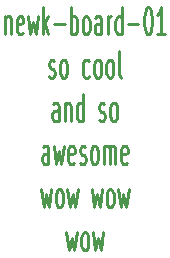
<source format=gto>
G04 #@! TF.GenerationSoftware,KiCad,Pcbnew,(5.1.4)-1*
G04 #@! TF.CreationDate,2024-11-14T09:52:14-07:00*
G04 #@! TF.ProjectId,kicadNEWXboard,6b696361-644e-4455-9758-626f6172642e,rev?*
G04 #@! TF.SameCoordinates,Original*
G04 #@! TF.FileFunction,Legend,Top*
G04 #@! TF.FilePolarity,Positive*
%FSLAX46Y46*%
G04 Gerber Fmt 4.6, Leading zero omitted, Abs format (unit mm)*
G04 Created by KiCad (PCBNEW (5.1.4)-1) date 2024-11-14 09:52:14*
%MOMM*%
%LPD*%
G04 APERTURE LIST*
%ADD10C,0.228600*%
%ADD11C,1.852000*%
%ADD12C,4.089800*%
%ADD13O,2.802000X1.802000*%
G04 APERTURE END LIST*
D10*
X310778071Y-175309892D02*
X310778071Y-176833892D01*
X310778071Y-175527607D02*
X310832500Y-175418750D01*
X310941357Y-175309892D01*
X311104642Y-175309892D01*
X311213500Y-175418750D01*
X311267928Y-175636464D01*
X311267928Y-176833892D01*
X312247642Y-176725035D02*
X312138785Y-176833892D01*
X311921071Y-176833892D01*
X311812214Y-176725035D01*
X311757785Y-176507321D01*
X311757785Y-175636464D01*
X311812214Y-175418750D01*
X311921071Y-175309892D01*
X312138785Y-175309892D01*
X312247642Y-175418750D01*
X312302071Y-175636464D01*
X312302071Y-175854178D01*
X311757785Y-176071892D01*
X312683071Y-175309892D02*
X312900785Y-176833892D01*
X313118500Y-175745321D01*
X313336214Y-176833892D01*
X313553928Y-175309892D01*
X313989357Y-176833892D02*
X313989357Y-174547892D01*
X314098214Y-175963035D02*
X314424785Y-176833892D01*
X314424785Y-175309892D02*
X313989357Y-176180750D01*
X314914642Y-175963035D02*
X315785500Y-175963035D01*
X316329785Y-176833892D02*
X316329785Y-174547892D01*
X316329785Y-175418750D02*
X316438642Y-175309892D01*
X316656357Y-175309892D01*
X316765214Y-175418750D01*
X316819642Y-175527607D01*
X316874071Y-175745321D01*
X316874071Y-176398464D01*
X316819642Y-176616178D01*
X316765214Y-176725035D01*
X316656357Y-176833892D01*
X316438642Y-176833892D01*
X316329785Y-176725035D01*
X317527214Y-176833892D02*
X317418357Y-176725035D01*
X317363928Y-176616178D01*
X317309500Y-176398464D01*
X317309500Y-175745321D01*
X317363928Y-175527607D01*
X317418357Y-175418750D01*
X317527214Y-175309892D01*
X317690500Y-175309892D01*
X317799357Y-175418750D01*
X317853785Y-175527607D01*
X317908214Y-175745321D01*
X317908214Y-176398464D01*
X317853785Y-176616178D01*
X317799357Y-176725035D01*
X317690500Y-176833892D01*
X317527214Y-176833892D01*
X318887928Y-176833892D02*
X318887928Y-175636464D01*
X318833500Y-175418750D01*
X318724642Y-175309892D01*
X318506928Y-175309892D01*
X318398071Y-175418750D01*
X318887928Y-176725035D02*
X318779071Y-176833892D01*
X318506928Y-176833892D01*
X318398071Y-176725035D01*
X318343642Y-176507321D01*
X318343642Y-176289607D01*
X318398071Y-176071892D01*
X318506928Y-175963035D01*
X318779071Y-175963035D01*
X318887928Y-175854178D01*
X319432214Y-176833892D02*
X319432214Y-175309892D01*
X319432214Y-175745321D02*
X319486642Y-175527607D01*
X319541071Y-175418750D01*
X319649928Y-175309892D01*
X319758785Y-175309892D01*
X320629642Y-176833892D02*
X320629642Y-174547892D01*
X320629642Y-176725035D02*
X320520785Y-176833892D01*
X320303071Y-176833892D01*
X320194214Y-176725035D01*
X320139785Y-176616178D01*
X320085357Y-176398464D01*
X320085357Y-175745321D01*
X320139785Y-175527607D01*
X320194214Y-175418750D01*
X320303071Y-175309892D01*
X320520785Y-175309892D01*
X320629642Y-175418750D01*
X321173928Y-175963035D02*
X322044785Y-175963035D01*
X322806785Y-174547892D02*
X322915642Y-174547892D01*
X323024500Y-174656750D01*
X323078928Y-174765607D01*
X323133357Y-174983321D01*
X323187785Y-175418750D01*
X323187785Y-175963035D01*
X323133357Y-176398464D01*
X323078928Y-176616178D01*
X323024500Y-176725035D01*
X322915642Y-176833892D01*
X322806785Y-176833892D01*
X322697928Y-176725035D01*
X322643500Y-176616178D01*
X322589071Y-176398464D01*
X322534642Y-175963035D01*
X322534642Y-175418750D01*
X322589071Y-174983321D01*
X322643500Y-174765607D01*
X322697928Y-174656750D01*
X322806785Y-174547892D01*
X324276357Y-176833892D02*
X323623214Y-176833892D01*
X323949785Y-176833892D02*
X323949785Y-174547892D01*
X323840928Y-174874464D01*
X323732071Y-175092178D01*
X323623214Y-175201035D01*
X314479214Y-180382635D02*
X314588071Y-180491492D01*
X314805785Y-180491492D01*
X314914642Y-180382635D01*
X314969071Y-180164921D01*
X314969071Y-180056064D01*
X314914642Y-179838350D01*
X314805785Y-179729492D01*
X314642500Y-179729492D01*
X314533642Y-179620635D01*
X314479214Y-179402921D01*
X314479214Y-179294064D01*
X314533642Y-179076350D01*
X314642500Y-178967492D01*
X314805785Y-178967492D01*
X314914642Y-179076350D01*
X315622214Y-180491492D02*
X315513357Y-180382635D01*
X315458928Y-180273778D01*
X315404500Y-180056064D01*
X315404500Y-179402921D01*
X315458928Y-179185207D01*
X315513357Y-179076350D01*
X315622214Y-178967492D01*
X315785500Y-178967492D01*
X315894357Y-179076350D01*
X315948785Y-179185207D01*
X316003214Y-179402921D01*
X316003214Y-180056064D01*
X315948785Y-180273778D01*
X315894357Y-180382635D01*
X315785500Y-180491492D01*
X315622214Y-180491492D01*
X317853785Y-180382635D02*
X317744928Y-180491492D01*
X317527214Y-180491492D01*
X317418357Y-180382635D01*
X317363928Y-180273778D01*
X317309500Y-180056064D01*
X317309500Y-179402921D01*
X317363928Y-179185207D01*
X317418357Y-179076350D01*
X317527214Y-178967492D01*
X317744928Y-178967492D01*
X317853785Y-179076350D01*
X318506928Y-180491492D02*
X318398071Y-180382635D01*
X318343642Y-180273778D01*
X318289214Y-180056064D01*
X318289214Y-179402921D01*
X318343642Y-179185207D01*
X318398071Y-179076350D01*
X318506928Y-178967492D01*
X318670214Y-178967492D01*
X318779071Y-179076350D01*
X318833500Y-179185207D01*
X318887928Y-179402921D01*
X318887928Y-180056064D01*
X318833500Y-180273778D01*
X318779071Y-180382635D01*
X318670214Y-180491492D01*
X318506928Y-180491492D01*
X319541071Y-180491492D02*
X319432214Y-180382635D01*
X319377785Y-180273778D01*
X319323357Y-180056064D01*
X319323357Y-179402921D01*
X319377785Y-179185207D01*
X319432214Y-179076350D01*
X319541071Y-178967492D01*
X319704357Y-178967492D01*
X319813214Y-179076350D01*
X319867642Y-179185207D01*
X319922071Y-179402921D01*
X319922071Y-180056064D01*
X319867642Y-180273778D01*
X319813214Y-180382635D01*
X319704357Y-180491492D01*
X319541071Y-180491492D01*
X320575214Y-180491492D02*
X320466357Y-180382635D01*
X320411928Y-180164921D01*
X320411928Y-178205492D01*
X315295642Y-184149092D02*
X315295642Y-182951664D01*
X315241214Y-182733950D01*
X315132357Y-182625092D01*
X314914642Y-182625092D01*
X314805785Y-182733950D01*
X315295642Y-184040235D02*
X315186785Y-184149092D01*
X314914642Y-184149092D01*
X314805785Y-184040235D01*
X314751357Y-183822521D01*
X314751357Y-183604807D01*
X314805785Y-183387092D01*
X314914642Y-183278235D01*
X315186785Y-183278235D01*
X315295642Y-183169378D01*
X315839928Y-182625092D02*
X315839928Y-184149092D01*
X315839928Y-182842807D02*
X315894357Y-182733950D01*
X316003214Y-182625092D01*
X316166500Y-182625092D01*
X316275357Y-182733950D01*
X316329785Y-182951664D01*
X316329785Y-184149092D01*
X317363928Y-184149092D02*
X317363928Y-181863092D01*
X317363928Y-184040235D02*
X317255071Y-184149092D01*
X317037357Y-184149092D01*
X316928500Y-184040235D01*
X316874071Y-183931378D01*
X316819642Y-183713664D01*
X316819642Y-183060521D01*
X316874071Y-182842807D01*
X316928500Y-182733950D01*
X317037357Y-182625092D01*
X317255071Y-182625092D01*
X317363928Y-182733950D01*
X318724642Y-184040235D02*
X318833500Y-184149092D01*
X319051214Y-184149092D01*
X319160071Y-184040235D01*
X319214500Y-183822521D01*
X319214500Y-183713664D01*
X319160071Y-183495950D01*
X319051214Y-183387092D01*
X318887928Y-183387092D01*
X318779071Y-183278235D01*
X318724642Y-183060521D01*
X318724642Y-182951664D01*
X318779071Y-182733950D01*
X318887928Y-182625092D01*
X319051214Y-182625092D01*
X319160071Y-182733950D01*
X319867642Y-184149092D02*
X319758785Y-184040235D01*
X319704357Y-183931378D01*
X319649928Y-183713664D01*
X319649928Y-183060521D01*
X319704357Y-182842807D01*
X319758785Y-182733950D01*
X319867642Y-182625092D01*
X320030928Y-182625092D01*
X320139785Y-182733950D01*
X320194214Y-182842807D01*
X320248642Y-183060521D01*
X320248642Y-183713664D01*
X320194214Y-183931378D01*
X320139785Y-184040235D01*
X320030928Y-184149092D01*
X319867642Y-184149092D01*
X314424785Y-187806692D02*
X314424785Y-186609264D01*
X314370357Y-186391550D01*
X314261500Y-186282692D01*
X314043785Y-186282692D01*
X313934928Y-186391550D01*
X314424785Y-187697835D02*
X314315928Y-187806692D01*
X314043785Y-187806692D01*
X313934928Y-187697835D01*
X313880500Y-187480121D01*
X313880500Y-187262407D01*
X313934928Y-187044692D01*
X314043785Y-186935835D01*
X314315928Y-186935835D01*
X314424785Y-186826978D01*
X314860214Y-186282692D02*
X315077928Y-187806692D01*
X315295642Y-186718121D01*
X315513357Y-187806692D01*
X315731071Y-186282692D01*
X316601928Y-187697835D02*
X316493071Y-187806692D01*
X316275357Y-187806692D01*
X316166500Y-187697835D01*
X316112071Y-187480121D01*
X316112071Y-186609264D01*
X316166500Y-186391550D01*
X316275357Y-186282692D01*
X316493071Y-186282692D01*
X316601928Y-186391550D01*
X316656357Y-186609264D01*
X316656357Y-186826978D01*
X316112071Y-187044692D01*
X317091785Y-187697835D02*
X317200642Y-187806692D01*
X317418357Y-187806692D01*
X317527214Y-187697835D01*
X317581642Y-187480121D01*
X317581642Y-187371264D01*
X317527214Y-187153550D01*
X317418357Y-187044692D01*
X317255071Y-187044692D01*
X317146214Y-186935835D01*
X317091785Y-186718121D01*
X317091785Y-186609264D01*
X317146214Y-186391550D01*
X317255071Y-186282692D01*
X317418357Y-186282692D01*
X317527214Y-186391550D01*
X318234785Y-187806692D02*
X318125928Y-187697835D01*
X318071500Y-187588978D01*
X318017071Y-187371264D01*
X318017071Y-186718121D01*
X318071500Y-186500407D01*
X318125928Y-186391550D01*
X318234785Y-186282692D01*
X318398071Y-186282692D01*
X318506928Y-186391550D01*
X318561357Y-186500407D01*
X318615785Y-186718121D01*
X318615785Y-187371264D01*
X318561357Y-187588978D01*
X318506928Y-187697835D01*
X318398071Y-187806692D01*
X318234785Y-187806692D01*
X319105642Y-187806692D02*
X319105642Y-186282692D01*
X319105642Y-186500407D02*
X319160071Y-186391550D01*
X319268928Y-186282692D01*
X319432214Y-186282692D01*
X319541071Y-186391550D01*
X319595500Y-186609264D01*
X319595500Y-187806692D01*
X319595500Y-186609264D02*
X319649928Y-186391550D01*
X319758785Y-186282692D01*
X319922071Y-186282692D01*
X320030928Y-186391550D01*
X320085357Y-186609264D01*
X320085357Y-187806692D01*
X321065071Y-187697835D02*
X320956214Y-187806692D01*
X320738500Y-187806692D01*
X320629642Y-187697835D01*
X320575214Y-187480121D01*
X320575214Y-186609264D01*
X320629642Y-186391550D01*
X320738500Y-186282692D01*
X320956214Y-186282692D01*
X321065071Y-186391550D01*
X321119500Y-186609264D01*
X321119500Y-186826978D01*
X320575214Y-187044692D01*
X313798857Y-189940292D02*
X314016571Y-191464292D01*
X314234285Y-190375721D01*
X314452000Y-191464292D01*
X314669714Y-189940292D01*
X315268428Y-191464292D02*
X315159571Y-191355435D01*
X315105142Y-191246578D01*
X315050714Y-191028864D01*
X315050714Y-190375721D01*
X315105142Y-190158007D01*
X315159571Y-190049150D01*
X315268428Y-189940292D01*
X315431714Y-189940292D01*
X315540571Y-190049150D01*
X315595000Y-190158007D01*
X315649428Y-190375721D01*
X315649428Y-191028864D01*
X315595000Y-191246578D01*
X315540571Y-191355435D01*
X315431714Y-191464292D01*
X315268428Y-191464292D01*
X316030428Y-189940292D02*
X316248142Y-191464292D01*
X316465857Y-190375721D01*
X316683571Y-191464292D01*
X316901285Y-189940292D01*
X318098714Y-189940292D02*
X318316428Y-191464292D01*
X318534142Y-190375721D01*
X318751857Y-191464292D01*
X318969571Y-189940292D01*
X319568285Y-191464292D02*
X319459428Y-191355435D01*
X319405000Y-191246578D01*
X319350571Y-191028864D01*
X319350571Y-190375721D01*
X319405000Y-190158007D01*
X319459428Y-190049150D01*
X319568285Y-189940292D01*
X319731571Y-189940292D01*
X319840428Y-190049150D01*
X319894857Y-190158007D01*
X319949285Y-190375721D01*
X319949285Y-191028864D01*
X319894857Y-191246578D01*
X319840428Y-191355435D01*
X319731571Y-191464292D01*
X319568285Y-191464292D01*
X320330285Y-189940292D02*
X320548000Y-191464292D01*
X320765714Y-190375721D01*
X320983428Y-191464292D01*
X321201142Y-189940292D01*
X315948785Y-193597892D02*
X316166500Y-195121892D01*
X316384214Y-194033321D01*
X316601928Y-195121892D01*
X316819642Y-193597892D01*
X317418357Y-195121892D02*
X317309500Y-195013035D01*
X317255071Y-194904178D01*
X317200642Y-194686464D01*
X317200642Y-194033321D01*
X317255071Y-193815607D01*
X317309500Y-193706750D01*
X317418357Y-193597892D01*
X317581642Y-193597892D01*
X317690500Y-193706750D01*
X317744928Y-193815607D01*
X317799357Y-194033321D01*
X317799357Y-194686464D01*
X317744928Y-194904178D01*
X317690500Y-195013035D01*
X317581642Y-195121892D01*
X317418357Y-195121892D01*
X318180357Y-193597892D02*
X318398071Y-195121892D01*
X318615785Y-194033321D01*
X318833500Y-195121892D01*
X319051214Y-193597892D01*
%LPC*%
D11*
X368617500Y-138112500D03*
X358457500Y-138112500D03*
D12*
X363537500Y-138112500D03*
X192087500Y-80962500D03*
D11*
X187007500Y-80962500D03*
X197167500Y-80962500D03*
X368617500Y-100012500D03*
X358457500Y-100012500D03*
D12*
X363537500Y-100012500D03*
D11*
X368617500Y-80962500D03*
X358457500Y-80962500D03*
D12*
X363537500Y-80962500D03*
D11*
X368617500Y-157162500D03*
X358457500Y-157162500D03*
D12*
X363537500Y-157162500D03*
D11*
X349567500Y-138112500D03*
X339407500Y-138112500D03*
D12*
X344487500Y-138112500D03*
D11*
X359092500Y-119062500D03*
X348932500Y-119062500D03*
D12*
X354012500Y-119062500D03*
D11*
X349567500Y-100012500D03*
X339407500Y-100012500D03*
D12*
X344487500Y-100012500D03*
D11*
X349567500Y-80962500D03*
X339407500Y-80962500D03*
D12*
X344487500Y-80962500D03*
D11*
X349567500Y-157162500D03*
X339407500Y-157162500D03*
D12*
X344487500Y-157162500D03*
D11*
X330517500Y-138112500D03*
X320357500Y-138112500D03*
D12*
X325437500Y-138112500D03*
D11*
X340042500Y-119062500D03*
X329882500Y-119062500D03*
D12*
X334962500Y-119062500D03*
D11*
X330517500Y-100012500D03*
X320357500Y-100012500D03*
D12*
X325437500Y-100012500D03*
D11*
X330517500Y-80962500D03*
X320357500Y-80962500D03*
D12*
X325437500Y-80962500D03*
D11*
X330517500Y-157162500D03*
X320357500Y-157162500D03*
D12*
X325437500Y-157162500D03*
D11*
X311467500Y-138112500D03*
X301307500Y-138112500D03*
D12*
X306387500Y-138112500D03*
D11*
X320992500Y-119062500D03*
X310832500Y-119062500D03*
D12*
X315912500Y-119062500D03*
D11*
X311467500Y-100012500D03*
X301307500Y-100012500D03*
D12*
X306387500Y-100012500D03*
D11*
X311467500Y-80962500D03*
X301307500Y-80962500D03*
D12*
X306387500Y-80962500D03*
D11*
X306705000Y-157162500D03*
X296545000Y-157162500D03*
D12*
X301625000Y-157162500D03*
D11*
X292417500Y-138112500D03*
X282257500Y-138112500D03*
D12*
X287337500Y-138112500D03*
D11*
X301942500Y-119062500D03*
X291782500Y-119062500D03*
D12*
X296862500Y-119062500D03*
D11*
X292417500Y-100012500D03*
X282257500Y-100012500D03*
D12*
X287337500Y-100012500D03*
D11*
X292417500Y-80962500D03*
X282257500Y-80962500D03*
D12*
X287337500Y-80962500D03*
D11*
X282892500Y-157162500D03*
X272732500Y-157162500D03*
D12*
X277812500Y-157162500D03*
D11*
X273367500Y-138112500D03*
X263207500Y-138112500D03*
D12*
X268287500Y-138112500D03*
D11*
X282892500Y-119062500D03*
X272732500Y-119062500D03*
D12*
X277812500Y-119062500D03*
D11*
X273367500Y-100012500D03*
X263207500Y-100012500D03*
D12*
X268287500Y-100012500D03*
D11*
X273367500Y-80962500D03*
X263207500Y-80962500D03*
D12*
X268287500Y-80962500D03*
D11*
X259080000Y-157162500D03*
X248920000Y-157162500D03*
D12*
X254000000Y-157162500D03*
D11*
X254317500Y-138112500D03*
X244157500Y-138112500D03*
D12*
X249237500Y-138112500D03*
D11*
X263842500Y-119062500D03*
X253682500Y-119062500D03*
D12*
X258762500Y-119062500D03*
D11*
X254317500Y-100012500D03*
X244157500Y-100012500D03*
D12*
X249237500Y-100012500D03*
D11*
X254317500Y-80962500D03*
X244157500Y-80962500D03*
D12*
X249237500Y-80962500D03*
D11*
X235267500Y-157162500D03*
X225107500Y-157162500D03*
D12*
X230187500Y-157162500D03*
D11*
X235267500Y-138112500D03*
X225107500Y-138112500D03*
D12*
X230187500Y-138112500D03*
D11*
X244792500Y-119062500D03*
X234632500Y-119062500D03*
D12*
X239712500Y-119062500D03*
D11*
X235267500Y-100012500D03*
X225107500Y-100012500D03*
D12*
X230187500Y-100012500D03*
D11*
X235267500Y-80962500D03*
X225107500Y-80962500D03*
D12*
X230187500Y-80962500D03*
D11*
X216217500Y-157162500D03*
X206057500Y-157162500D03*
D12*
X211137500Y-157162500D03*
D11*
X216217500Y-138112500D03*
X206057500Y-138112500D03*
D12*
X211137500Y-138112500D03*
D11*
X225742500Y-119062500D03*
X215582500Y-119062500D03*
D12*
X220662500Y-119062500D03*
D11*
X197167500Y-157162500D03*
X187007500Y-157162500D03*
D12*
X192087500Y-157162500D03*
D11*
X197167500Y-138112500D03*
X187007500Y-138112500D03*
D12*
X192087500Y-138112500D03*
D11*
X206692500Y-119062500D03*
X196532500Y-119062500D03*
D12*
X201612500Y-119062500D03*
D13*
X371252750Y-176086750D03*
X371252750Y-183386750D03*
X366752750Y-183386750D03*
X366752750Y-176086750D03*
D12*
X211137500Y-100012500D03*
D11*
X206057500Y-100012500D03*
X216217500Y-100012500D03*
D12*
X211137500Y-80962500D03*
D11*
X206057500Y-80962500D03*
X216217500Y-80962500D03*
D12*
X192087500Y-100012500D03*
D11*
X187007500Y-100012500D03*
X197167500Y-100012500D03*
M02*

</source>
